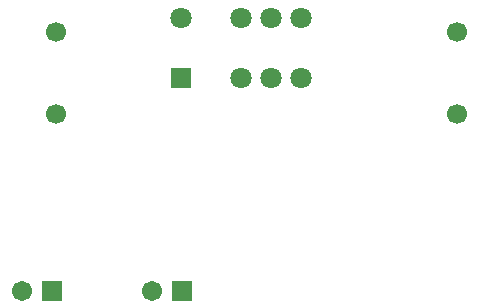
<source format=gbs>
G04 #@! TF.GenerationSoftware,KiCad,Pcbnew,6.0.4-6f826c9f35~116~ubuntu20.04.1*
G04 #@! TF.CreationDate,2022-04-06T08:04:33-04:00*
G04 #@! TF.ProjectId,audiomute,61756469-6f6d-4757-9465-2e6b69636164,rev?*
G04 #@! TF.SameCoordinates,Original*
G04 #@! TF.FileFunction,Soldermask,Bot*
G04 #@! TF.FilePolarity,Negative*
%FSLAX46Y46*%
G04 Gerber Fmt 4.6, Leading zero omitted, Abs format (unit mm)*
G04 Created by KiCad (PCBNEW 6.0.4-6f826c9f35~116~ubuntu20.04.1) date 2022-04-06 08:04:33*
%MOMM*%
%LPD*%
G01*
G04 APERTURE LIST*
%ADD10R,1.714500X1.714500*%
%ADD11C,1.714500*%
%ADD12R,1.800000X1.800000*%
%ADD13C,1.800000*%
%ADD14C,1.700000*%
G04 APERTURE END LIST*
D10*
X100965000Y-101219000D03*
D11*
X98425000Y-101219000D03*
D12*
X100865000Y-83185000D03*
D13*
X105945000Y-83185000D03*
X108485000Y-83185000D03*
X111025000Y-83185000D03*
X111025000Y-78105000D03*
X108485000Y-78105000D03*
X105945000Y-78105000D03*
X100865000Y-78105000D03*
D14*
X124240000Y-86310000D03*
X124240000Y-79310000D03*
X90297000Y-79308000D03*
X90297000Y-86308000D03*
D10*
X89911000Y-101219000D03*
D11*
X87371000Y-101219000D03*
M02*

</source>
